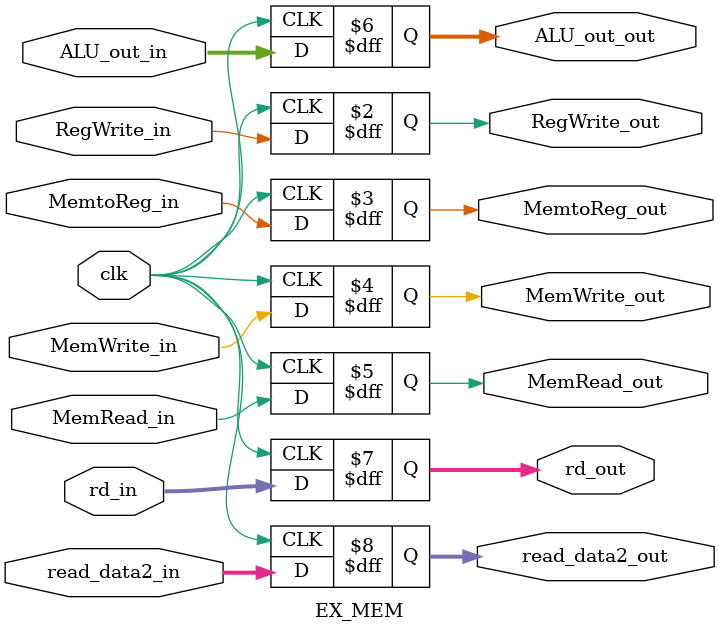
<source format=v>
`ifndef EX_MEM
`define EX_MEM
module EX_MEM(
    input clk,
    input RegWrite_in,
    input MemtoReg_in,
    input MemWrite_in,
    input MemRead_in,
    input [63:0] ALU_out_in,
    input [4:0] rd_in,
    input [63:0] read_data2_in,

    output reg RegWrite_out,
    output reg MemtoReg_out,
    output reg MemWrite_out,
    output reg MemRead_out,
    output reg [63:0] ALU_out_out,
    output reg [4:0] rd_out,
    output reg [63:0] read_data2_out
);
    always@(posedge clk)
begin
RegWrite_out <= RegWrite_in;
MemtoReg_out <= MemtoReg_in;
MemWrite_out <= MemWrite_in;
MemRead_out <= MemRead_in;
ALU_out_out <= ALU_out_in;
rd_out <= rd_in;
read_data2_out<= read_data2_in;
end
endmodule
`endif
</source>
